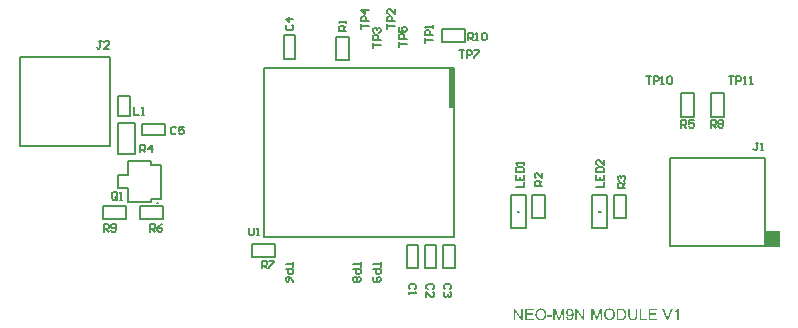
<source format=gto>
G04*
G04 #@! TF.GenerationSoftware,Altium Limited,Altium Designer,21.6.4 (81)*
G04*
G04 Layer_Color=65535*
%FSLAX25Y25*%
%MOIN*%
G70*
G04*
G04 #@! TF.SameCoordinates,EC57A691-81B7-4C8C-A3E3-72FCA770F10A*
G04*
G04*
G04 #@! TF.FilePolarity,Positive*
G04*
G01*
G75*
%ADD10C,0.00700*%
%ADD11C,0.00600*%
%ADD12C,0.00300*%
%ADD13C,0.00701*%
%ADD14R,0.01772X0.13683*%
%ADD15R,0.00397X0.00272*%
%ADD16R,0.04600X0.05500*%
G36*
X185075Y6254D02*
X183639D01*
Y6718D01*
X185075D01*
Y6254D01*
D02*
G37*
G36*
X195952Y5118D02*
X195433D01*
X193456Y8083D01*
Y5118D01*
X192976D01*
Y8896D01*
X193489D01*
X195471Y5926D01*
Y8896D01*
X195952D01*
Y5118D01*
D02*
G37*
G36*
X175417D02*
X174898D01*
X172921Y8083D01*
Y5118D01*
X172441D01*
Y8896D01*
X172954D01*
X174936Y5926D01*
Y8896D01*
X175417D01*
Y5118D01*
D02*
G37*
G36*
X201849Y5118D02*
X201368D01*
Y8280D01*
X200265Y5118D01*
X199817D01*
X198725Y8334D01*
Y5118D01*
X198245D01*
Y8896D01*
X198993D01*
X199888Y6216D01*
Y6210D01*
X199894Y6199D01*
X199899Y6183D01*
X199910Y6155D01*
X199932Y6090D01*
X199959Y6008D01*
X199987Y5915D01*
X200019Y5822D01*
X200047Y5735D01*
X200068Y5659D01*
X200074Y5670D01*
X200079Y5697D01*
X200096Y5746D01*
X200118Y5812D01*
X200145Y5899D01*
X200183Y6003D01*
X200221Y6123D01*
X200271Y6265D01*
X201177Y8896D01*
X201849D01*
Y5118D01*
D02*
G37*
G36*
X189230Y5118D02*
X188750D01*
Y8279D01*
X187647Y5118D01*
X187199D01*
X186107Y8334D01*
Y5118D01*
X185627D01*
Y8896D01*
X186375D01*
X187270Y6216D01*
Y6210D01*
X187276Y6199D01*
X187281Y6183D01*
X187292Y6155D01*
X187314Y6090D01*
X187341Y6008D01*
X187369Y5915D01*
X187401Y5822D01*
X187429Y5735D01*
X187451Y5659D01*
X187456Y5670D01*
X187461Y5697D01*
X187478Y5746D01*
X187500Y5812D01*
X187527Y5899D01*
X187565Y6003D01*
X187603Y6123D01*
X187653Y6265D01*
X188559Y8896D01*
X189230D01*
Y5118D01*
D02*
G37*
G36*
X223912Y5118D02*
X223388D01*
X221925Y8896D01*
X222471D01*
X223454Y6150D01*
Y6145D01*
X223459Y6134D01*
X223465Y6117D01*
X223476Y6095D01*
X223481Y6063D01*
X223492Y6030D01*
X223519Y5948D01*
X223552Y5855D01*
X223585Y5751D01*
X223650Y5533D01*
Y5539D01*
X223656Y5550D01*
X223661Y5566D01*
X223667Y5588D01*
X223683Y5648D01*
X223710Y5730D01*
X223738Y5822D01*
X223770Y5926D01*
X223809Y6035D01*
X223852Y6150D01*
X224879Y8896D01*
X225387D01*
X223912Y5118D01*
D02*
G37*
G36*
X213555Y6712D02*
Y6707D01*
Y6685D01*
Y6658D01*
Y6620D01*
X213549Y6571D01*
Y6516D01*
X213544Y6450D01*
X213538Y6385D01*
X213522Y6237D01*
X213500Y6084D01*
X213467Y5937D01*
X213445Y5866D01*
X213424Y5801D01*
Y5795D01*
X213418Y5784D01*
X213407Y5768D01*
X213396Y5746D01*
X213364Y5686D01*
X213315Y5610D01*
X213249Y5522D01*
X213173Y5435D01*
X213074Y5342D01*
X212954Y5260D01*
X212949D01*
X212938Y5249D01*
X212921Y5244D01*
X212894Y5227D01*
X212861Y5211D01*
X212818Y5195D01*
X212774Y5178D01*
X212719Y5156D01*
X212659Y5134D01*
X212594Y5118D01*
X212523Y5102D01*
X212441Y5085D01*
X212359Y5074D01*
X212272Y5063D01*
X212075Y5053D01*
X212026D01*
X211988Y5058D01*
X211944D01*
X211889Y5063D01*
X211829Y5069D01*
X211769Y5074D01*
X211633Y5096D01*
X211485Y5129D01*
X211343Y5173D01*
X211207Y5233D01*
X211202D01*
X211191Y5244D01*
X211174Y5255D01*
X211152Y5266D01*
X211092Y5309D01*
X211021Y5369D01*
X210939Y5446D01*
X210863Y5533D01*
X210787Y5642D01*
X210726Y5762D01*
Y5768D01*
X210721Y5779D01*
X210716Y5801D01*
X210705Y5828D01*
X210694Y5861D01*
X210683Y5904D01*
X210666Y5954D01*
X210655Y6014D01*
X210645Y6079D01*
X210628Y6150D01*
X210617Y6227D01*
X210606Y6308D01*
X210595Y6401D01*
X210590Y6499D01*
X210584Y6603D01*
Y6712D01*
Y8896D01*
X211087D01*
Y6712D01*
Y6707D01*
Y6691D01*
Y6663D01*
Y6630D01*
X211092Y6592D01*
Y6543D01*
X211098Y6439D01*
X211109Y6319D01*
X211125Y6199D01*
X211147Y6084D01*
X211158Y6035D01*
X211174Y5986D01*
X211180Y5975D01*
X211191Y5948D01*
X211218Y5910D01*
X211251Y5855D01*
X211289Y5801D01*
X211343Y5741D01*
X211409Y5680D01*
X211485Y5631D01*
X211496Y5626D01*
X211524Y5610D01*
X211573Y5593D01*
X211638Y5571D01*
X211715Y5544D01*
X211813Y5528D01*
X211917Y5511D01*
X212031Y5506D01*
X212086D01*
X212119Y5511D01*
X212168D01*
X212217Y5517D01*
X212337Y5539D01*
X212468Y5566D01*
X212594Y5610D01*
X212714Y5670D01*
X212769Y5708D01*
X212818Y5751D01*
X212823Y5757D01*
X212829Y5762D01*
X212840Y5779D01*
X212856Y5801D01*
X212872Y5833D01*
X212894Y5866D01*
X212916Y5915D01*
X212938Y5964D01*
X212960Y6024D01*
X212976Y6095D01*
X212998Y6177D01*
X213014Y6265D01*
X213031Y6363D01*
X213041Y6467D01*
X213052Y6587D01*
Y6712D01*
Y8896D01*
X213555D01*
Y6712D01*
D02*
G37*
G36*
X191103Y8907D02*
X191130D01*
X191169Y8902D01*
X191262Y8885D01*
X191365Y8864D01*
X191480Y8825D01*
X191595Y8776D01*
X191709Y8711D01*
X191715D01*
X191720Y8700D01*
X191737Y8689D01*
X191758Y8673D01*
X191813Y8629D01*
X191884Y8569D01*
X191955Y8487D01*
X192037Y8389D01*
X192108Y8274D01*
X192173Y8143D01*
Y8138D01*
X192179Y8127D01*
X192190Y8105D01*
X192201Y8077D01*
X192212Y8039D01*
X192228Y7990D01*
X192239Y7936D01*
X192255Y7875D01*
X192272Y7804D01*
X192288Y7722D01*
X192299Y7635D01*
X192310Y7542D01*
X192321Y7439D01*
X192332Y7329D01*
X192337Y7209D01*
Y7084D01*
Y7078D01*
Y7051D01*
Y7013D01*
Y6964D01*
X192332Y6904D01*
Y6833D01*
X192326Y6751D01*
X192315Y6669D01*
X192299Y6483D01*
X192272Y6286D01*
X192233Y6101D01*
X192206Y6008D01*
X192179Y5926D01*
Y5921D01*
X192173Y5910D01*
X192163Y5888D01*
X192151Y5855D01*
X192135Y5822D01*
X192113Y5779D01*
X192059Y5686D01*
X191993Y5582D01*
X191917Y5473D01*
X191818Y5369D01*
X191709Y5276D01*
X191704D01*
X191693Y5266D01*
X191676Y5255D01*
X191655Y5244D01*
X191622Y5227D01*
X191589Y5206D01*
X191545Y5184D01*
X191502Y5167D01*
X191398Y5124D01*
X191272Y5085D01*
X191136Y5063D01*
X190983Y5053D01*
X190939D01*
X190912Y5058D01*
X190874D01*
X190830Y5063D01*
X190726Y5085D01*
X190612Y5113D01*
X190492Y5156D01*
X190372Y5216D01*
X190312Y5255D01*
X190257Y5298D01*
X190252Y5304D01*
X190246Y5309D01*
X190230Y5326D01*
X190213Y5342D01*
X190191Y5369D01*
X190164Y5402D01*
X190110Y5478D01*
X190055Y5577D01*
X190000Y5697D01*
X189957Y5833D01*
X189924Y5992D01*
X190372Y6030D01*
Y6024D01*
X190377Y6014D01*
Y6003D01*
X190383Y5981D01*
X190399Y5921D01*
X190421Y5855D01*
X190448Y5779D01*
X190486Y5702D01*
X190530Y5631D01*
X190585Y5571D01*
X190590Y5566D01*
X190612Y5550D01*
X190650Y5528D01*
X190694Y5506D01*
X190754Y5478D01*
X190825Y5457D01*
X190907Y5440D01*
X190994Y5435D01*
X191032D01*
X191070Y5440D01*
X191120Y5446D01*
X191180Y5457D01*
X191240Y5473D01*
X191305Y5495D01*
X191365Y5528D01*
X191371Y5533D01*
X191393Y5544D01*
X191425Y5566D01*
X191458Y5599D01*
X191502Y5637D01*
X191545Y5680D01*
X191589Y5730D01*
X191633Y5790D01*
X191638Y5795D01*
X191649Y5822D01*
X191671Y5861D01*
X191693Y5910D01*
X191720Y5975D01*
X191747Y6052D01*
X191775Y6139D01*
X191802Y6237D01*
Y6243D01*
X191808Y6248D01*
Y6265D01*
X191813Y6286D01*
X191824Y6341D01*
X191840Y6412D01*
X191851Y6499D01*
X191862Y6592D01*
X191868Y6696D01*
X191873Y6805D01*
Y6811D01*
Y6827D01*
Y6854D01*
Y6898D01*
X191868Y6887D01*
X191846Y6860D01*
X191813Y6822D01*
X191775Y6767D01*
X191720Y6712D01*
X191655Y6652D01*
X191578Y6592D01*
X191491Y6538D01*
X191480Y6532D01*
X191447Y6516D01*
X191398Y6494D01*
X191338Y6472D01*
X191256Y6445D01*
X191169Y6423D01*
X191070Y6407D01*
X190967Y6401D01*
X190923D01*
X190890Y6407D01*
X190847Y6412D01*
X190803Y6418D01*
X190748Y6429D01*
X190694Y6445D01*
X190568Y6483D01*
X190503Y6510D01*
X190437Y6543D01*
X190366Y6581D01*
X190301Y6630D01*
X190235Y6680D01*
X190175Y6740D01*
X190170Y6745D01*
X190159Y6756D01*
X190148Y6773D01*
X190126Y6800D01*
X190099Y6838D01*
X190071Y6876D01*
X190044Y6925D01*
X190017Y6980D01*
X189984Y7040D01*
X189957Y7106D01*
X189929Y7182D01*
X189902Y7258D01*
X189880Y7346D01*
X189869Y7439D01*
X189858Y7531D01*
X189853Y7635D01*
Y7641D01*
Y7662D01*
Y7690D01*
X189858Y7728D01*
X189864Y7777D01*
X189869Y7837D01*
X189880Y7897D01*
X189897Y7968D01*
X189935Y8110D01*
X189962Y8187D01*
X189995Y8269D01*
X190033Y8345D01*
X190082Y8416D01*
X190131Y8492D01*
X190191Y8558D01*
X190197Y8563D01*
X190208Y8574D01*
X190224Y8591D01*
X190252Y8613D01*
X190284Y8640D01*
X190328Y8673D01*
X190372Y8700D01*
X190426Y8738D01*
X190481Y8771D01*
X190546Y8798D01*
X190694Y8858D01*
X190770Y8880D01*
X190858Y8896D01*
X190945Y8907D01*
X191038Y8913D01*
X191076D01*
X191103Y8907D01*
D02*
G37*
G36*
X227396Y5118D02*
X226932D01*
Y8072D01*
X226926Y8066D01*
X226899Y8045D01*
X226866Y8012D01*
X226812Y7974D01*
X226752Y7925D01*
X226675Y7870D01*
X226588Y7810D01*
X226489Y7750D01*
X226484D01*
X226479Y7744D01*
X226446Y7722D01*
X226391Y7695D01*
X226326Y7662D01*
X226249Y7624D01*
X226167Y7586D01*
X226085Y7548D01*
X226004Y7515D01*
Y7963D01*
X226009D01*
X226020Y7974D01*
X226042Y7979D01*
X226069Y7995D01*
X226102Y8012D01*
X226140Y8034D01*
X226233Y8088D01*
X226342Y8148D01*
X226451Y8225D01*
X226566Y8312D01*
X226681Y8405D01*
X226686Y8410D01*
X226692Y8416D01*
X226708Y8432D01*
X226730Y8449D01*
X226779Y8503D01*
X226844Y8569D01*
X226910Y8645D01*
X226981Y8733D01*
X227041Y8820D01*
X227096Y8913D01*
X227396D01*
Y5118D01*
D02*
G37*
G36*
X220069Y8449D02*
X217835D01*
Y7297D01*
X219927D01*
Y6849D01*
X217835D01*
Y5566D01*
X220156D01*
Y5118D01*
X217333D01*
Y8896D01*
X220069D01*
Y8449D01*
D02*
G37*
G36*
X214871Y5566D02*
X216733D01*
Y5118D01*
X214368D01*
Y8896D01*
X214871D01*
Y5566D01*
D02*
G37*
G36*
X208319Y8891D02*
X208428Y8885D01*
X208537Y8875D01*
X208646Y8858D01*
X208739Y8842D01*
X208745D01*
X208755Y8836D01*
X208772D01*
X208794Y8826D01*
X208854Y8809D01*
X208930Y8782D01*
X209017Y8744D01*
X209110Y8694D01*
X209203Y8640D01*
X209291Y8569D01*
X209296Y8563D01*
X209301Y8558D01*
X209318Y8541D01*
X209340Y8525D01*
X209394Y8471D01*
X209460Y8394D01*
X209531Y8301D01*
X209607Y8192D01*
X209678Y8066D01*
X209738Y7925D01*
Y7919D01*
X209744Y7908D01*
X209755Y7886D01*
X209760Y7854D01*
X209776Y7815D01*
X209787Y7772D01*
X209798Y7722D01*
X209815Y7662D01*
X209831Y7602D01*
X209842Y7531D01*
X209869Y7379D01*
X209886Y7209D01*
X209891Y7024D01*
Y7018D01*
Y7007D01*
Y6980D01*
Y6953D01*
X209886Y6915D01*
Y6871D01*
X209880Y6767D01*
X209864Y6647D01*
X209847Y6521D01*
X209820Y6390D01*
X209787Y6259D01*
Y6254D01*
X209782Y6243D01*
X209776Y6227D01*
X209771Y6205D01*
X209749Y6145D01*
X209716Y6068D01*
X209684Y5981D01*
X209640Y5893D01*
X209585Y5801D01*
X209531Y5713D01*
X209525Y5702D01*
X209503Y5675D01*
X209471Y5637D01*
X209427Y5588D01*
X209378Y5533D01*
X209318Y5478D01*
X209258Y5418D01*
X209187Y5369D01*
X209176Y5364D01*
X209154Y5347D01*
X209116Y5326D01*
X209061Y5298D01*
X208996Y5266D01*
X208919Y5238D01*
X208832Y5206D01*
X208734Y5178D01*
X208723D01*
X208706Y5173D01*
X208690Y5167D01*
X208635Y5162D01*
X208559Y5151D01*
X208471Y5140D01*
X208368Y5129D01*
X208253Y5124D01*
X208127Y5118D01*
X206768D01*
Y8896D01*
X208220D01*
X208319Y8891D01*
D02*
G37*
G36*
X178998Y8449D02*
X176765D01*
Y7297D01*
X178856D01*
Y6849D01*
X176765D01*
Y5566D01*
X179086D01*
Y5118D01*
X176263D01*
Y8896D01*
X178998D01*
Y8449D01*
D02*
G37*
G36*
X204404Y8957D02*
X204453D01*
X204502Y8951D01*
X204568Y8940D01*
X204633Y8929D01*
X204775Y8902D01*
X204939Y8858D01*
X205097Y8793D01*
X205179Y8755D01*
X205261Y8711D01*
X205266Y8705D01*
X205277Y8700D01*
X205299Y8683D01*
X205332Y8667D01*
X205365Y8640D01*
X205408Y8607D01*
X205501Y8531D01*
X205599Y8432D01*
X205709Y8312D01*
X205813Y8170D01*
X205900Y8012D01*
Y8006D01*
X205911Y7990D01*
X205922Y7968D01*
X205933Y7936D01*
X205954Y7892D01*
X205971Y7843D01*
X205993Y7783D01*
X206014Y7717D01*
X206031Y7646D01*
X206053Y7570D01*
X206075Y7482D01*
X206091Y7395D01*
X206113Y7204D01*
X206124Y6996D01*
Y6991D01*
Y6969D01*
Y6942D01*
X206118Y6898D01*
Y6849D01*
X206113Y6789D01*
X206102Y6723D01*
X206096Y6652D01*
X206069Y6494D01*
X206025Y6319D01*
X205965Y6145D01*
X205933Y6057D01*
X205889Y5970D01*
Y5964D01*
X205878Y5948D01*
X205867Y5926D01*
X205845Y5893D01*
X205823Y5855D01*
X205796Y5817D01*
X205720Y5713D01*
X205627Y5604D01*
X205518Y5489D01*
X205387Y5380D01*
X205234Y5282D01*
X205228D01*
X205217Y5271D01*
X205190Y5260D01*
X205157Y5244D01*
X205119Y5227D01*
X205075Y5211D01*
X205021Y5189D01*
X204961Y5167D01*
X204895Y5145D01*
X204824Y5124D01*
X204666Y5091D01*
X204497Y5063D01*
X204316Y5053D01*
X204262D01*
X204229Y5058D01*
X204180D01*
X204125Y5069D01*
X204065Y5074D01*
X203994Y5085D01*
X203847Y5118D01*
X203689Y5162D01*
X203525Y5227D01*
X203443Y5266D01*
X203361Y5309D01*
X203356Y5315D01*
X203344Y5320D01*
X203323Y5336D01*
X203290Y5358D01*
X203257Y5380D01*
X203219Y5413D01*
X203126Y5495D01*
X203022Y5593D01*
X202913Y5713D01*
X202815Y5850D01*
X202722Y6008D01*
Y6014D01*
X202711Y6030D01*
X202700Y6052D01*
X202689Y6084D01*
X202673Y6128D01*
X202657Y6177D01*
X202635Y6232D01*
X202618Y6292D01*
X202596Y6363D01*
X202575Y6434D01*
X202542Y6598D01*
X202520Y6767D01*
X202509Y6953D01*
Y6958D01*
Y6964D01*
Y6996D01*
X202515Y7045D01*
Y7111D01*
X202525Y7187D01*
X202537Y7280D01*
X202553Y7384D01*
X202575Y7493D01*
X202596Y7608D01*
X202629Y7728D01*
X202673Y7848D01*
X202722Y7974D01*
X202777Y8094D01*
X202848Y8214D01*
X202924Y8323D01*
X203011Y8427D01*
X203017Y8432D01*
X203033Y8449D01*
X203066Y8476D01*
X203104Y8509D01*
X203153Y8552D01*
X203214Y8596D01*
X203285Y8645D01*
X203366Y8694D01*
X203454Y8744D01*
X203552Y8793D01*
X203661Y8836D01*
X203776Y8880D01*
X203902Y8913D01*
X204032Y8940D01*
X204169Y8957D01*
X204316Y8962D01*
X204366D01*
X204404Y8957D01*
D02*
G37*
G36*
X181521Y8957D02*
X181570D01*
X181619Y8951D01*
X181685Y8940D01*
X181750Y8929D01*
X181892Y8902D01*
X182056Y8858D01*
X182214Y8793D01*
X182296Y8755D01*
X182378Y8711D01*
X182384Y8705D01*
X182395Y8700D01*
X182416Y8683D01*
X182449Y8667D01*
X182482Y8640D01*
X182526Y8607D01*
X182618Y8531D01*
X182717Y8432D01*
X182826Y8312D01*
X182930Y8170D01*
X183017Y8012D01*
Y8006D01*
X183028Y7990D01*
X183039Y7968D01*
X183050Y7936D01*
X183072Y7892D01*
X183088Y7843D01*
X183110Y7783D01*
X183132Y7717D01*
X183148Y7646D01*
X183170Y7570D01*
X183192Y7482D01*
X183208Y7395D01*
X183230Y7204D01*
X183241Y6996D01*
Y6991D01*
Y6969D01*
Y6942D01*
X183235Y6898D01*
Y6849D01*
X183230Y6789D01*
X183219Y6723D01*
X183213Y6652D01*
X183186Y6494D01*
X183142Y6319D01*
X183082Y6145D01*
X183050Y6057D01*
X183006Y5970D01*
Y5964D01*
X182995Y5948D01*
X182984Y5926D01*
X182962Y5893D01*
X182940Y5855D01*
X182913Y5817D01*
X182837Y5713D01*
X182744Y5604D01*
X182635Y5489D01*
X182504Y5380D01*
X182351Y5282D01*
X182345D01*
X182334Y5271D01*
X182307Y5260D01*
X182274Y5244D01*
X182236Y5227D01*
X182193Y5211D01*
X182138Y5189D01*
X182078Y5167D01*
X182012Y5145D01*
X181941Y5124D01*
X181783Y5091D01*
X181614Y5063D01*
X181434Y5053D01*
X181379D01*
X181346Y5058D01*
X181297D01*
X181243Y5069D01*
X181182Y5074D01*
X181111Y5085D01*
X180964Y5118D01*
X180806Y5162D01*
X180642Y5227D01*
X180560Y5266D01*
X180478Y5309D01*
X180473Y5315D01*
X180462Y5320D01*
X180440Y5336D01*
X180407Y5358D01*
X180374Y5380D01*
X180336Y5413D01*
X180243Y5495D01*
X180140Y5593D01*
X180030Y5713D01*
X179932Y5850D01*
X179839Y6008D01*
Y6014D01*
X179828Y6030D01*
X179817Y6052D01*
X179806Y6084D01*
X179790Y6128D01*
X179774Y6177D01*
X179752Y6232D01*
X179736Y6292D01*
X179714Y6363D01*
X179692Y6434D01*
X179659Y6598D01*
X179637Y6767D01*
X179626Y6953D01*
Y6958D01*
Y6964D01*
Y6996D01*
X179632Y7045D01*
Y7111D01*
X179643Y7187D01*
X179654Y7280D01*
X179670Y7384D01*
X179692Y7493D01*
X179714Y7608D01*
X179746Y7728D01*
X179790Y7848D01*
X179839Y7974D01*
X179894Y8094D01*
X179965Y8214D01*
X180041Y8323D01*
X180129Y8427D01*
X180134Y8432D01*
X180150Y8449D01*
X180183Y8476D01*
X180221Y8509D01*
X180271Y8552D01*
X180331Y8596D01*
X180402Y8645D01*
X180483Y8694D01*
X180571Y8744D01*
X180669Y8793D01*
X180778Y8836D01*
X180893Y8880D01*
X181019Y8913D01*
X181150Y8940D01*
X181286Y8957D01*
X181434Y8962D01*
X181483D01*
X181521Y8957D01*
D02*
G37*
%LPC*%
G36*
X191152Y8531D02*
X191065D01*
X191043Y8525D01*
X190983Y8520D01*
X190912Y8498D01*
X190825Y8471D01*
X190732Y8421D01*
X190639Y8361D01*
X190595Y8318D01*
X190552Y8274D01*
Y8269D01*
X190541Y8263D01*
X190530Y8247D01*
X190519Y8230D01*
X190481Y8176D01*
X190443Y8099D01*
X190399Y8006D01*
X190361Y7892D01*
X190339Y7761D01*
X190328Y7619D01*
Y7613D01*
Y7602D01*
Y7586D01*
X190333Y7559D01*
Y7526D01*
X190339Y7493D01*
X190355Y7411D01*
X190383Y7318D01*
X190415Y7220D01*
X190470Y7122D01*
X190541Y7035D01*
X190552Y7024D01*
X190579Y7002D01*
X190628Y6964D01*
X190688Y6925D01*
X190770Y6882D01*
X190863Y6843D01*
X190967Y6822D01*
X191081Y6811D01*
X191114D01*
X191136Y6816D01*
X191196Y6822D01*
X191267Y6838D01*
X191354Y6865D01*
X191442Y6904D01*
X191529Y6958D01*
X191611Y7035D01*
X191622Y7045D01*
X191644Y7078D01*
X191676Y7127D01*
X191720Y7198D01*
X191758Y7286D01*
X191791Y7389D01*
X191813Y7515D01*
X191824Y7657D01*
Y7662D01*
Y7673D01*
Y7695D01*
X191818Y7722D01*
Y7761D01*
X191813Y7799D01*
X191797Y7886D01*
X191775Y7990D01*
X191737Y8099D01*
X191682Y8203D01*
X191611Y8296D01*
Y8301D01*
X191600Y8307D01*
X191573Y8334D01*
X191529Y8372D01*
X191469Y8416D01*
X191393Y8454D01*
X191305Y8492D01*
X191207Y8520D01*
X191152Y8531D01*
D02*
G37*
G36*
X208144Y8449D02*
X207270D01*
Y5566D01*
X208166D01*
X208204Y5571D01*
X208286Y5577D01*
X208379Y5582D01*
X208477Y5593D01*
X208575Y5610D01*
X208657Y5631D01*
X208668Y5637D01*
X208695Y5642D01*
X208734Y5659D01*
X208783Y5680D01*
X208837Y5713D01*
X208892Y5746D01*
X208946Y5784D01*
X209001Y5828D01*
X209007Y5839D01*
X209028Y5861D01*
X209061Y5899D01*
X209099Y5954D01*
X209143Y6024D01*
X209192Y6106D01*
X209236Y6199D01*
X209274Y6303D01*
Y6308D01*
X209280Y6319D01*
X209285Y6336D01*
X209291Y6357D01*
X209296Y6385D01*
X209307Y6423D01*
X209318Y6461D01*
X209329Y6505D01*
X209345Y6614D01*
X209362Y6740D01*
X209372Y6882D01*
X209378Y7035D01*
Y7040D01*
Y7062D01*
Y7089D01*
X209372Y7133D01*
Y7182D01*
X209367Y7237D01*
X209362Y7302D01*
X209356Y7368D01*
X209329Y7515D01*
X209296Y7668D01*
X209247Y7810D01*
X209214Y7881D01*
X209181Y7941D01*
Y7946D01*
X209170Y7957D01*
X209159Y7974D01*
X209149Y7995D01*
X209105Y8050D01*
X209050Y8116D01*
X208979Y8187D01*
X208897Y8258D01*
X208804Y8318D01*
X208706Y8367D01*
X208695Y8372D01*
X208668Y8378D01*
X208619Y8394D01*
X208548Y8410D01*
X208461Y8421D01*
X208351Y8438D01*
X208286Y8443D01*
X208215D01*
X208144Y8449D01*
D02*
G37*
G36*
X204316Y8531D02*
X204267D01*
X204229Y8525D01*
X204180Y8520D01*
X204131Y8509D01*
X204071Y8498D01*
X204005Y8487D01*
X203863Y8443D01*
X203787Y8410D01*
X203710Y8378D01*
X203628Y8334D01*
X203552Y8285D01*
X203476Y8230D01*
X203405Y8165D01*
X203399Y8159D01*
X203388Y8148D01*
X203372Y8127D01*
X203344Y8094D01*
X203317Y8056D01*
X203285Y8006D01*
X203252Y7946D01*
X203214Y7875D01*
X203181Y7799D01*
X203142Y7706D01*
X203110Y7608D01*
X203082Y7499D01*
X203055Y7379D01*
X203039Y7242D01*
X203028Y7100D01*
X203022Y6947D01*
Y6942D01*
Y6920D01*
Y6882D01*
X203028Y6833D01*
X203033Y6778D01*
X203044Y6712D01*
X203055Y6636D01*
X203066Y6560D01*
X203110Y6385D01*
X203142Y6297D01*
X203175Y6205D01*
X203219Y6117D01*
X203268Y6030D01*
X203323Y5948D01*
X203388Y5872D01*
X203394Y5866D01*
X203405Y5855D01*
X203426Y5833D01*
X203454Y5812D01*
X203492Y5779D01*
X203536Y5746D01*
X203585Y5713D01*
X203639Y5675D01*
X203705Y5637D01*
X203776Y5604D01*
X203852Y5571D01*
X203934Y5539D01*
X204022Y5517D01*
X204109Y5495D01*
X204207Y5484D01*
X204311Y5478D01*
X204338D01*
X204366Y5484D01*
X204404D01*
X204453Y5489D01*
X204507Y5500D01*
X204573Y5511D01*
X204639Y5528D01*
X204715Y5550D01*
X204786Y5577D01*
X204868Y5604D01*
X204944Y5642D01*
X205021Y5691D01*
X205097Y5741D01*
X205174Y5801D01*
X205245Y5872D01*
X205250Y5877D01*
X205261Y5888D01*
X205277Y5915D01*
X205305Y5948D01*
X205332Y5986D01*
X205359Y6035D01*
X205392Y6095D01*
X205430Y6161D01*
X205463Y6237D01*
X205496Y6325D01*
X205523Y6418D01*
X205556Y6516D01*
X205578Y6625D01*
X205594Y6745D01*
X205605Y6871D01*
X205610Y7002D01*
Y7007D01*
Y7024D01*
Y7045D01*
Y7078D01*
X205605Y7117D01*
Y7166D01*
X205599Y7215D01*
X205589Y7275D01*
X205572Y7400D01*
X205545Y7531D01*
X205507Y7673D01*
X205452Y7804D01*
Y7810D01*
X205447Y7821D01*
X205436Y7837D01*
X205425Y7859D01*
X205387Y7925D01*
X205337Y8001D01*
X205272Y8088D01*
X205190Y8176D01*
X205097Y8263D01*
X204994Y8339D01*
X204988D01*
X204982Y8350D01*
X204966Y8356D01*
X204939Y8372D01*
X204912Y8383D01*
X204879Y8400D01*
X204797Y8438D01*
X204699Y8471D01*
X204584Y8503D01*
X204453Y8525D01*
X204316Y8531D01*
D02*
G37*
G36*
X181434Y8531D02*
X181384D01*
X181346Y8525D01*
X181297Y8520D01*
X181248Y8509D01*
X181188Y8498D01*
X181122Y8487D01*
X180980Y8443D01*
X180904Y8410D01*
X180827Y8378D01*
X180746Y8334D01*
X180669Y8285D01*
X180593Y8230D01*
X180522Y8165D01*
X180516Y8159D01*
X180505Y8148D01*
X180489Y8127D01*
X180462Y8094D01*
X180434Y8056D01*
X180402Y8006D01*
X180369Y7946D01*
X180331Y7875D01*
X180298Y7799D01*
X180260Y7706D01*
X180227Y7608D01*
X180200Y7499D01*
X180172Y7378D01*
X180156Y7242D01*
X180145Y7100D01*
X180140Y6947D01*
Y6942D01*
Y6920D01*
Y6882D01*
X180145Y6833D01*
X180150Y6778D01*
X180161Y6712D01*
X180172Y6636D01*
X180183Y6560D01*
X180227Y6385D01*
X180260Y6297D01*
X180292Y6205D01*
X180336Y6117D01*
X180385Y6030D01*
X180440Y5948D01*
X180505Y5872D01*
X180511Y5866D01*
X180522Y5855D01*
X180544Y5833D01*
X180571Y5812D01*
X180609Y5779D01*
X180653Y5746D01*
X180702Y5713D01*
X180756Y5675D01*
X180822Y5637D01*
X180893Y5604D01*
X180970Y5571D01*
X181051Y5539D01*
X181139Y5517D01*
X181226Y5495D01*
X181324Y5484D01*
X181428Y5478D01*
X181455D01*
X181483Y5484D01*
X181521D01*
X181570Y5489D01*
X181625Y5500D01*
X181690Y5511D01*
X181756Y5528D01*
X181832Y5550D01*
X181903Y5577D01*
X181985Y5604D01*
X182062Y5642D01*
X182138Y5691D01*
X182214Y5741D01*
X182291Y5801D01*
X182362Y5872D01*
X182367Y5877D01*
X182378Y5888D01*
X182395Y5915D01*
X182422Y5948D01*
X182449Y5986D01*
X182476Y6035D01*
X182509Y6095D01*
X182547Y6161D01*
X182580Y6237D01*
X182613Y6325D01*
X182640Y6418D01*
X182673Y6516D01*
X182695Y6625D01*
X182711Y6745D01*
X182722Y6871D01*
X182728Y7002D01*
Y7007D01*
Y7024D01*
Y7045D01*
Y7078D01*
X182722Y7117D01*
Y7166D01*
X182717Y7215D01*
X182706Y7275D01*
X182689Y7400D01*
X182662Y7531D01*
X182624Y7673D01*
X182569Y7804D01*
Y7810D01*
X182564Y7821D01*
X182553Y7837D01*
X182542Y7859D01*
X182504Y7925D01*
X182455Y8001D01*
X182389Y8088D01*
X182307Y8176D01*
X182214Y8263D01*
X182111Y8339D01*
X182105D01*
X182100Y8350D01*
X182083Y8356D01*
X182056Y8372D01*
X182029Y8383D01*
X181996Y8400D01*
X181914Y8438D01*
X181816Y8471D01*
X181701Y8503D01*
X181570Y8525D01*
X181434Y8531D01*
D02*
G37*
%LPD*%
G54D10*
X53938Y44181D02*
X53338D01*
X53938D01*
X89272Y32774D02*
X152461D01*
X89272Y89274D02*
X152461D01*
X89272Y32774D02*
Y89274D01*
X152461Y32774D02*
Y89274D01*
X40607Y60602D02*
Y70802D01*
X46007D01*
Y60602D02*
Y70802D01*
X40607Y60602D02*
X46007D01*
X43270Y38845D02*
Y43045D01*
X35470Y38845D02*
X43270D01*
X35470D02*
Y43045D01*
X43270D01*
X198481Y46739D02*
X203481D01*
Y35739D02*
Y46739D01*
X198481Y35739D02*
X203481D01*
X198481D02*
Y46739D01*
X44387Y73096D02*
Y79696D01*
X40587D02*
X44387D01*
X40587Y73096D02*
Y79696D01*
Y73096D02*
X44387D01*
X256290Y29744D02*
Y59244D01*
X224583Y29744D02*
Y59244D01*
Y29744D02*
X256290D01*
X224583Y59244D02*
X256290D01*
X7835Y92913D02*
X37756D01*
X7835Y62992D02*
X37756D01*
Y92913D01*
X7835Y62992D02*
Y92913D01*
X48462Y70555D02*
X56262D01*
X48462Y66755D02*
Y70555D01*
X56262Y66755D02*
Y70555D01*
X48462Y66755D02*
X56262D01*
X140483Y22478D02*
Y30278D01*
X136683D02*
X140483D01*
X136683Y22478D02*
X140483D01*
X136683D02*
Y30278D01*
X146607Y22478D02*
Y30278D01*
X142807D02*
X146607D01*
X142807Y22478D02*
X146607D01*
X142807D02*
Y30278D01*
X152683Y22478D02*
Y30278D01*
X148883D02*
X152683D01*
X148883Y22478D02*
X152683D01*
X148883D02*
Y30278D01*
X95741Y92163D02*
Y99963D01*
Y92163D02*
X99541D01*
X95741Y99963D02*
X99541D01*
Y92163D02*
Y99963D01*
X171316Y46739D02*
X176316D01*
Y35739D02*
Y46739D01*
X171316Y35739D02*
X176316D01*
X171316D02*
Y46739D01*
X113254Y91769D02*
X117454D01*
X113254D02*
Y99569D01*
X117454D01*
Y91769D02*
Y99569D01*
X178609Y39013D02*
X182809D01*
X178609D02*
Y46813D01*
X182809D01*
Y39013D02*
Y46813D01*
X205774Y39013D02*
X209974D01*
X205774D02*
Y46813D01*
X209974D01*
Y39013D02*
Y46813D01*
X228238Y80672D02*
X232438D01*
Y72872D02*
Y80672D01*
X228238Y72872D02*
X232438D01*
X228238D02*
Y80672D01*
X238298D02*
X242498D01*
Y72872D02*
Y80672D01*
X238298Y72872D02*
X242498D01*
X238298D02*
Y80672D01*
X156262Y97900D02*
Y102100D01*
X148462Y97900D02*
X156262D01*
X148462D02*
Y102100D01*
X156262D01*
X47675Y38845D02*
Y43045D01*
X55475D01*
Y38845D02*
Y43045D01*
X47675Y38845D02*
X55475D01*
X92876Y26247D02*
Y30446D01*
X85076Y26247D02*
X92876D01*
X85076D02*
Y30446D01*
X92876D01*
X84161Y35895D02*
Y33813D01*
X84577Y33396D01*
X85410D01*
X85827Y33813D01*
Y35895D01*
X86660Y33396D02*
X87493D01*
X87076D01*
Y35895D01*
X86660Y35479D01*
X40157Y45624D02*
Y47290D01*
X39741Y47706D01*
X38908D01*
X38491Y47290D01*
Y45624D01*
X38908Y45207D01*
X39741D01*
X39324Y46040D02*
X40157Y45207D01*
X39741D02*
X40157Y45624D01*
X40991Y45207D02*
X41824D01*
X41407D01*
Y47706D01*
X40991Y47290D01*
X59820Y69094D02*
X59403Y69511D01*
X58570D01*
X58154Y69094D01*
Y67428D01*
X58570Y67012D01*
X59403D01*
X59820Y67428D01*
X62319Y69511D02*
X60653D01*
Y68261D01*
X61486Y68678D01*
X61902D01*
X62319Y68261D01*
Y67428D01*
X61902Y67012D01*
X61069D01*
X60653Y67428D01*
X244074Y86289D02*
X245741D01*
X244907D01*
Y83790D01*
X246574D02*
Y86289D01*
X247823D01*
X248240Y85872D01*
Y85039D01*
X247823Y84623D01*
X246574D01*
X249073Y83790D02*
X249906D01*
X249489D01*
Y86289D01*
X249073Y85872D01*
X251155Y83790D02*
X251989D01*
X251572D01*
Y86289D01*
X251155Y85872D01*
X216493Y86289D02*
X218159D01*
X217326D01*
Y83790D01*
X218992D02*
Y86289D01*
X220241D01*
X220658Y85872D01*
Y85039D01*
X220241Y84623D01*
X218992D01*
X221491Y83790D02*
X222324D01*
X221907D01*
Y86289D01*
X221491Y85872D01*
X223574D02*
X223990Y86289D01*
X224823D01*
X225240Y85872D01*
Y84206D01*
X224823Y83790D01*
X223990D01*
X223574Y84206D01*
Y85872D01*
X128021Y24592D02*
Y22926D01*
Y23759D01*
X125522D01*
Y22093D02*
X128021D01*
Y20843D01*
X127605Y20427D01*
X126772D01*
X126355Y20843D01*
Y22093D01*
X125939Y19594D02*
X125522Y19177D01*
Y18344D01*
X125939Y17928D01*
X127605D01*
X128021Y18344D01*
Y19177D01*
X127605Y19594D01*
X127188D01*
X126772Y19177D01*
Y17928D01*
X121328Y24592D02*
Y22926D01*
Y23759D01*
X118829D01*
Y22093D02*
X121328D01*
Y20843D01*
X120912Y20427D01*
X120079D01*
X119662Y20843D01*
Y22093D01*
X120912Y19594D02*
X121328Y19177D01*
Y18344D01*
X120912Y17928D01*
X120495D01*
X120079Y18344D01*
X119662Y17928D01*
X119246D01*
X118829Y18344D01*
Y19177D01*
X119246Y19594D01*
X119662D01*
X120079Y19177D01*
X120495Y19594D01*
X120912D01*
X120079Y19177D02*
Y18344D01*
X154148Y94950D02*
X155814D01*
X154981D01*
Y92451D01*
X156647D02*
Y94950D01*
X157897D01*
X158313Y94534D01*
Y93701D01*
X157897Y93284D01*
X156647D01*
X159146Y94950D02*
X160813D01*
Y94534D01*
X159146Y92868D01*
Y92451D01*
X98887Y24592D02*
Y22926D01*
Y23759D01*
X96388D01*
Y22093D02*
X98887D01*
Y20843D01*
X98471Y20427D01*
X97638D01*
X97221Y20843D01*
Y22093D01*
X98887Y17928D02*
X98471Y18761D01*
X97638Y19594D01*
X96805D01*
X96388Y19177D01*
Y18344D01*
X96805Y17928D01*
X97221D01*
X97638Y18344D01*
Y19594D01*
X134184Y96274D02*
Y97940D01*
Y97107D01*
X136683D01*
Y98773D02*
X134184D01*
Y100023D01*
X134600Y100439D01*
X135433D01*
X135850Y100023D01*
Y98773D01*
X134184Y102939D02*
Y101272D01*
X135433D01*
X135017Y102105D01*
Y102522D01*
X135433Y102939D01*
X136266D01*
X136683Y102522D01*
Y101689D01*
X136266Y101272D01*
X121585Y102180D02*
Y103846D01*
Y103013D01*
X124084D01*
Y104679D02*
X121585D01*
Y105928D01*
X122002Y106345D01*
X122835D01*
X123251Y105928D01*
Y104679D01*
X124084Y108428D02*
X121585D01*
X122835Y107178D01*
Y108844D01*
X125522Y95880D02*
Y97546D01*
Y96713D01*
X128021D01*
Y98379D02*
X125522D01*
Y99629D01*
X125939Y100046D01*
X126772D01*
X127188Y99629D01*
Y98379D01*
X125939Y100879D02*
X125522Y101295D01*
Y102128D01*
X125939Y102545D01*
X126355D01*
X126772Y102128D01*
Y101712D01*
Y102128D01*
X127188Y102545D01*
X127605D01*
X128021Y102128D01*
Y101295D01*
X127605Y100879D01*
X130246Y102180D02*
Y103846D01*
Y103013D01*
X132746D01*
Y104679D02*
X130246D01*
Y105928D01*
X130663Y106345D01*
X131496D01*
X131913Y105928D01*
Y104679D01*
X132746Y108844D02*
Y107178D01*
X131079Y108844D01*
X130663D01*
X130246Y108428D01*
Y107595D01*
X130663Y107178D01*
X142845Y97478D02*
Y99144D01*
Y98311D01*
X145344D01*
Y99977D02*
X142845D01*
Y101227D01*
X143261Y101643D01*
X144095D01*
X144511Y101227D01*
Y99977D01*
X145344Y102476D02*
Y103309D01*
Y102893D01*
X142845D01*
X143261Y102476D01*
X157112Y98357D02*
Y100856D01*
X158362D01*
X158778Y100439D01*
Y99606D01*
X158362Y99190D01*
X157112D01*
X157945D02*
X158778Y98357D01*
X159611D02*
X160444D01*
X160028D01*
Y100856D01*
X159611Y100439D01*
X161694D02*
X162111Y100856D01*
X162944D01*
X163360Y100439D01*
Y98773D01*
X162944Y98357D01*
X162111D01*
X161694Y98773D01*
Y100439D01*
X238075Y69223D02*
Y71722D01*
X239324D01*
X239741Y71306D01*
Y70473D01*
X239324Y70056D01*
X238075D01*
X238908D02*
X239741Y69223D01*
X240574Y71306D02*
X240990Y71722D01*
X241824D01*
X242240Y71306D01*
Y70889D01*
X241824Y70473D01*
X242240Y70056D01*
Y69639D01*
X241824Y69223D01*
X240990D01*
X240574Y69639D01*
Y70056D01*
X240990Y70473D01*
X240574Y70889D01*
Y71306D01*
X240990Y70473D02*
X241824D01*
X228232Y69223D02*
Y71722D01*
X229482D01*
X229898Y71306D01*
Y70473D01*
X229482Y70056D01*
X228232D01*
X229065D02*
X229898Y69223D01*
X232398Y71722D02*
X230732D01*
Y70473D01*
X231565Y70889D01*
X231981D01*
X232398Y70473D01*
Y69639D01*
X231981Y69223D01*
X231148D01*
X230732Y69639D01*
X47917Y60955D02*
Y63454D01*
X49167D01*
X49584Y63038D01*
Y62205D01*
X49167Y61788D01*
X47917D01*
X48750D02*
X49584Y60955D01*
X51666D02*
Y63454D01*
X50416Y62205D01*
X52083D01*
X209517Y49099D02*
X207018D01*
Y50348D01*
X207435Y50765D01*
X208268D01*
X208684Y50348D01*
Y49099D01*
Y49931D02*
X209517Y50765D01*
X207435Y51598D02*
X207018Y52014D01*
Y52847D01*
X207435Y53264D01*
X207851D01*
X208268Y52847D01*
Y52431D01*
Y52847D01*
X208684Y53264D01*
X209101D01*
X209517Y52847D01*
Y52014D01*
X209101Y51598D01*
X181958Y49886D02*
X179459D01*
Y51135D01*
X179876Y51552D01*
X180709D01*
X181125Y51135D01*
Y49886D01*
Y50719D02*
X181958Y51552D01*
Y54051D02*
Y52385D01*
X180292Y54051D01*
X179876D01*
X179459Y53635D01*
Y52802D01*
X179876Y52385D01*
X116604Y101484D02*
X114104D01*
Y102733D01*
X114521Y103150D01*
X115354D01*
X115771Y102733D01*
Y101484D01*
Y102316D02*
X116604Y103150D01*
Y103983D02*
Y104816D01*
Y104399D01*
X114104D01*
X114521Y103983D01*
X199932Y49355D02*
X202431D01*
Y51021D01*
X199932Y53521D02*
Y51854D01*
X202431D01*
Y53521D01*
X201181Y51854D02*
Y52687D01*
X199932Y54353D02*
X202431D01*
Y55603D01*
X202014Y56020D01*
X200348D01*
X199932Y55603D01*
Y54353D01*
X202431Y58519D02*
Y56853D01*
X200765Y58519D01*
X200348D01*
X199932Y58102D01*
Y57269D01*
X200348Y56853D01*
X173160Y49378D02*
X175659D01*
Y51044D01*
X173160Y53543D02*
Y51877D01*
X175659D01*
Y53543D01*
X174409Y51877D02*
Y52710D01*
X173160Y54376D02*
X175659D01*
Y55626D01*
X175242Y56042D01*
X173576D01*
X173160Y55626D01*
Y54376D01*
X175659Y56876D02*
Y57709D01*
Y57292D01*
X173160D01*
X173576Y56876D01*
X45972Y76053D02*
Y73554D01*
X47638D01*
X48471D02*
X49304D01*
X48887D01*
Y76053D01*
X48471Y75636D01*
X35017Y98100D02*
X34183D01*
X34600D01*
Y96017D01*
X34183Y95601D01*
X33767D01*
X33350Y96017D01*
X37516Y95601D02*
X35850D01*
X37516Y97267D01*
Y97684D01*
X37099Y98100D01*
X36266D01*
X35850Y97684D01*
X253937Y64242D02*
X253104D01*
X253520D01*
Y62159D01*
X253104Y61743D01*
X252687D01*
X252271Y62159D01*
X254770Y61743D02*
X255603D01*
X255187D01*
Y64242D01*
X254770Y63825D01*
X96805Y103521D02*
X96388Y103104D01*
Y102271D01*
X96805Y101854D01*
X98471D01*
X98887Y102271D01*
Y103104D01*
X98471Y103521D01*
X98887Y105603D02*
X96388D01*
X97638Y104353D01*
Y106020D01*
X151223Y15354D02*
X151639Y15771D01*
Y16604D01*
X151223Y17020D01*
X149557D01*
X149140Y16604D01*
Y15771D01*
X149557Y15354D01*
X151223Y14521D02*
X151639Y14105D01*
Y13272D01*
X151223Y12855D01*
X150806D01*
X150390Y13272D01*
Y13688D01*
Y13272D01*
X149973Y12855D01*
X149557D01*
X149140Y13272D01*
Y14105D01*
X149557Y14521D01*
X145344Y15354D02*
X145760Y15771D01*
Y16604D01*
X145344Y17020D01*
X143678D01*
X143261Y16604D01*
Y15771D01*
X143678Y15354D01*
X143261Y12855D02*
Y14521D01*
X144927Y12855D01*
X145344D01*
X145760Y13272D01*
Y14105D01*
X145344Y14521D01*
X139416Y15354D02*
X139832Y15771D01*
Y16604D01*
X139416Y17020D01*
X137750D01*
X137333Y16604D01*
Y15771D01*
X137750Y15354D01*
X137333Y14521D02*
Y13688D01*
Y14105D01*
X139832D01*
X139416Y14521D01*
G54D11*
X54938Y45479D02*
Y56884D01*
X43888Y44281D02*
Y49081D01*
X40338D02*
X43888D01*
X40338D02*
Y53281D01*
X43888D01*
Y58081D01*
X51388D01*
Y56884D02*
Y58081D01*
Y56884D02*
X54938D01*
X51388Y44281D02*
Y45479D01*
X43888Y44281D02*
X51388D01*
Y45479D02*
X54938D01*
G54D12*
X200506Y41114D02*
X201406D01*
X200506D02*
X200956Y41564D01*
X201406Y41114D01*
X173341D02*
X174241D01*
X173341D02*
X173791Y41564D01*
X174241Y41114D01*
G54D13*
X35713Y34577D02*
Y37076D01*
X36962D01*
X37379Y36660D01*
Y35827D01*
X36962Y35410D01*
X35713D01*
X36546D02*
X37379Y34577D01*
X38212Y34994D02*
X38628Y34577D01*
X39461D01*
X39878Y34994D01*
Y36660D01*
X39461Y37076D01*
X38628D01*
X38212Y36660D01*
Y36243D01*
X38628Y35827D01*
X39878D01*
X88468Y22373D02*
Y24872D01*
X89718D01*
X90135Y24455D01*
Y23622D01*
X89718Y23205D01*
X88468D01*
X89302D02*
X90135Y22373D01*
X90968Y24872D02*
X92634D01*
Y24455D01*
X90968Y22789D01*
Y22373D01*
X51067Y34577D02*
Y37076D01*
X52316D01*
X52733Y36660D01*
Y35827D01*
X52316Y35410D01*
X51067D01*
X51900D02*
X52733Y34577D01*
X55232Y37076D02*
X54399Y36660D01*
X53566Y35827D01*
Y34994D01*
X53983Y34577D01*
X54816D01*
X55232Y34994D01*
Y35410D01*
X54816Y35827D01*
X53566D01*
G54D14*
X151575Y82432D02*
D03*
G54D15*
X200972Y41248D02*
D03*
X173807D02*
D03*
G54D16*
X258690Y32148D02*
D03*
M02*

</source>
